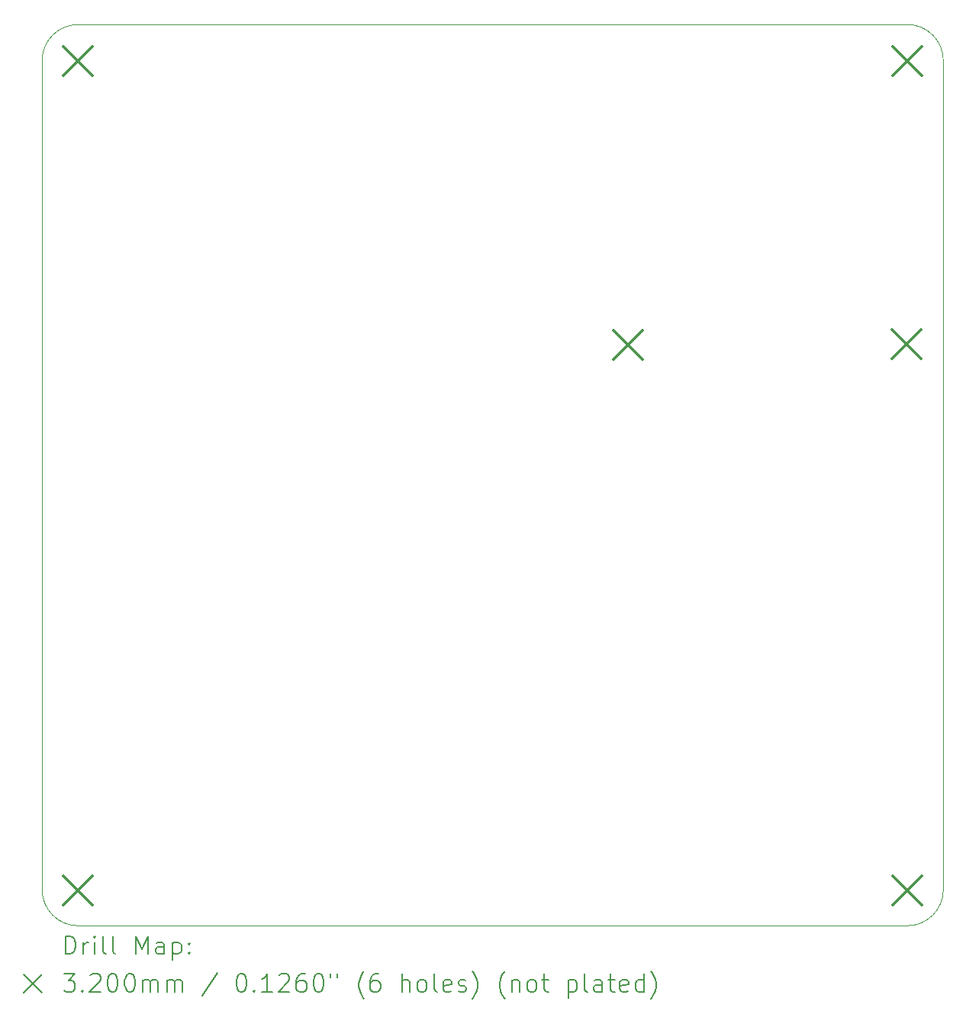
<source format=gbr>
%TF.GenerationSoftware,KiCad,Pcbnew,8.0.8*%
%TF.CreationDate,2025-02-15T15:02:03+01:00*%
%TF.ProjectId,tesi,74657369-2e6b-4696-9361-645f70636258,rev?*%
%TF.SameCoordinates,Original*%
%TF.FileFunction,Drillmap*%
%TF.FilePolarity,Positive*%
%FSLAX45Y45*%
G04 Gerber Fmt 4.5, Leading zero omitted, Abs format (unit mm)*
G04 Created by KiCad (PCBNEW 8.0.8) date 2025-02-15 15:02:03*
%MOMM*%
%LPD*%
G01*
G04 APERTURE LIST*
%ADD10C,0.038100*%
%ADD11C,0.200000*%
%ADD12C,0.320000*%
G04 APERTURE END LIST*
D10*
X5066134Y-12912393D02*
X5066134Y-3712393D01*
X5466134Y-3312393D02*
X14666133Y-3312393D01*
X14666133Y-3312393D02*
G75*
G02*
X15066137Y-3712393I-4J-400007D01*
G01*
X14666133Y-13312393D02*
X5466134Y-13312393D01*
X5066134Y-3712393D02*
G75*
G02*
X5466134Y-3312393I399997J3D01*
G01*
X15066133Y-3712393D02*
X15066133Y-12912393D01*
X15066133Y-12912393D02*
G75*
G02*
X14666133Y-13312393I-400014J13D01*
G01*
X5466134Y-13312393D02*
G75*
G02*
X5066137Y-12912393I-4J399993D01*
G01*
D11*
D12*
X5303974Y-3559893D02*
X5623973Y-3879893D01*
X5623973Y-3559893D02*
X5303974Y-3879893D01*
X5303974Y-12759893D02*
X5623973Y-13079893D01*
X5623973Y-12759893D02*
X5303974Y-13079893D01*
X11410000Y-6704239D02*
X11730000Y-7024239D01*
X11730000Y-6704239D02*
X11410000Y-7024239D01*
X14500578Y-6700000D02*
X14820578Y-7020000D01*
X14820578Y-6700000D02*
X14500578Y-7020000D01*
X14503973Y-3559893D02*
X14823973Y-3879893D01*
X14823973Y-3559893D02*
X14503973Y-3879893D01*
X14503973Y-12759893D02*
X14823973Y-13079893D01*
X14823973Y-12759893D02*
X14503973Y-13079893D01*
D11*
X5325005Y-13625782D02*
X5325005Y-13425782D01*
X5325005Y-13425782D02*
X5372624Y-13425782D01*
X5372624Y-13425782D02*
X5401196Y-13435306D01*
X5401196Y-13435306D02*
X5420243Y-13454353D01*
X5420243Y-13454353D02*
X5429767Y-13473401D01*
X5429767Y-13473401D02*
X5439291Y-13511496D01*
X5439291Y-13511496D02*
X5439291Y-13540068D01*
X5439291Y-13540068D02*
X5429767Y-13578163D01*
X5429767Y-13578163D02*
X5420243Y-13597210D01*
X5420243Y-13597210D02*
X5401196Y-13616258D01*
X5401196Y-13616258D02*
X5372624Y-13625782D01*
X5372624Y-13625782D02*
X5325005Y-13625782D01*
X5525005Y-13625782D02*
X5525005Y-13492449D01*
X5525005Y-13530544D02*
X5534529Y-13511496D01*
X5534529Y-13511496D02*
X5544053Y-13501972D01*
X5544053Y-13501972D02*
X5563101Y-13492449D01*
X5563101Y-13492449D02*
X5582148Y-13492449D01*
X5648815Y-13625782D02*
X5648815Y-13492449D01*
X5648815Y-13425782D02*
X5639291Y-13435306D01*
X5639291Y-13435306D02*
X5648815Y-13444830D01*
X5648815Y-13444830D02*
X5658339Y-13435306D01*
X5658339Y-13435306D02*
X5648815Y-13425782D01*
X5648815Y-13425782D02*
X5648815Y-13444830D01*
X5772624Y-13625782D02*
X5753577Y-13616258D01*
X5753577Y-13616258D02*
X5744053Y-13597210D01*
X5744053Y-13597210D02*
X5744053Y-13425782D01*
X5877386Y-13625782D02*
X5858339Y-13616258D01*
X5858339Y-13616258D02*
X5848815Y-13597210D01*
X5848815Y-13597210D02*
X5848815Y-13425782D01*
X6105958Y-13625782D02*
X6105958Y-13425782D01*
X6105958Y-13425782D02*
X6172624Y-13568639D01*
X6172624Y-13568639D02*
X6239291Y-13425782D01*
X6239291Y-13425782D02*
X6239291Y-13625782D01*
X6420243Y-13625782D02*
X6420243Y-13521020D01*
X6420243Y-13521020D02*
X6410720Y-13501972D01*
X6410720Y-13501972D02*
X6391672Y-13492449D01*
X6391672Y-13492449D02*
X6353577Y-13492449D01*
X6353577Y-13492449D02*
X6334529Y-13501972D01*
X6420243Y-13616258D02*
X6401196Y-13625782D01*
X6401196Y-13625782D02*
X6353577Y-13625782D01*
X6353577Y-13625782D02*
X6334529Y-13616258D01*
X6334529Y-13616258D02*
X6325005Y-13597210D01*
X6325005Y-13597210D02*
X6325005Y-13578163D01*
X6325005Y-13578163D02*
X6334529Y-13559115D01*
X6334529Y-13559115D02*
X6353577Y-13549591D01*
X6353577Y-13549591D02*
X6401196Y-13549591D01*
X6401196Y-13549591D02*
X6420243Y-13540068D01*
X6515481Y-13492449D02*
X6515481Y-13692449D01*
X6515481Y-13501972D02*
X6534529Y-13492449D01*
X6534529Y-13492449D02*
X6572624Y-13492449D01*
X6572624Y-13492449D02*
X6591672Y-13501972D01*
X6591672Y-13501972D02*
X6601196Y-13511496D01*
X6601196Y-13511496D02*
X6610720Y-13530544D01*
X6610720Y-13530544D02*
X6610720Y-13587687D01*
X6610720Y-13587687D02*
X6601196Y-13606734D01*
X6601196Y-13606734D02*
X6591672Y-13616258D01*
X6591672Y-13616258D02*
X6572624Y-13625782D01*
X6572624Y-13625782D02*
X6534529Y-13625782D01*
X6534529Y-13625782D02*
X6515481Y-13616258D01*
X6696434Y-13606734D02*
X6705958Y-13616258D01*
X6705958Y-13616258D02*
X6696434Y-13625782D01*
X6696434Y-13625782D02*
X6686910Y-13616258D01*
X6686910Y-13616258D02*
X6696434Y-13606734D01*
X6696434Y-13606734D02*
X6696434Y-13625782D01*
X6696434Y-13501972D02*
X6705958Y-13511496D01*
X6705958Y-13511496D02*
X6696434Y-13521020D01*
X6696434Y-13521020D02*
X6686910Y-13511496D01*
X6686910Y-13511496D02*
X6696434Y-13501972D01*
X6696434Y-13501972D02*
X6696434Y-13521020D01*
X4864229Y-13854298D02*
X5064229Y-14054298D01*
X5064229Y-13854298D02*
X4864229Y-14054298D01*
X5305958Y-13845782D02*
X5429767Y-13845782D01*
X5429767Y-13845782D02*
X5363101Y-13921972D01*
X5363101Y-13921972D02*
X5391672Y-13921972D01*
X5391672Y-13921972D02*
X5410720Y-13931496D01*
X5410720Y-13931496D02*
X5420243Y-13941020D01*
X5420243Y-13941020D02*
X5429767Y-13960068D01*
X5429767Y-13960068D02*
X5429767Y-14007687D01*
X5429767Y-14007687D02*
X5420243Y-14026734D01*
X5420243Y-14026734D02*
X5410720Y-14036258D01*
X5410720Y-14036258D02*
X5391672Y-14045782D01*
X5391672Y-14045782D02*
X5334529Y-14045782D01*
X5334529Y-14045782D02*
X5315482Y-14036258D01*
X5315482Y-14036258D02*
X5305958Y-14026734D01*
X5515482Y-14026734D02*
X5525005Y-14036258D01*
X5525005Y-14036258D02*
X5515482Y-14045782D01*
X5515482Y-14045782D02*
X5505958Y-14036258D01*
X5505958Y-14036258D02*
X5515482Y-14026734D01*
X5515482Y-14026734D02*
X5515482Y-14045782D01*
X5601196Y-13864830D02*
X5610720Y-13855306D01*
X5610720Y-13855306D02*
X5629767Y-13845782D01*
X5629767Y-13845782D02*
X5677386Y-13845782D01*
X5677386Y-13845782D02*
X5696434Y-13855306D01*
X5696434Y-13855306D02*
X5705958Y-13864830D01*
X5705958Y-13864830D02*
X5715481Y-13883877D01*
X5715481Y-13883877D02*
X5715481Y-13902925D01*
X5715481Y-13902925D02*
X5705958Y-13931496D01*
X5705958Y-13931496D02*
X5591672Y-14045782D01*
X5591672Y-14045782D02*
X5715481Y-14045782D01*
X5839291Y-13845782D02*
X5858339Y-13845782D01*
X5858339Y-13845782D02*
X5877386Y-13855306D01*
X5877386Y-13855306D02*
X5886910Y-13864830D01*
X5886910Y-13864830D02*
X5896434Y-13883877D01*
X5896434Y-13883877D02*
X5905958Y-13921972D01*
X5905958Y-13921972D02*
X5905958Y-13969591D01*
X5905958Y-13969591D02*
X5896434Y-14007687D01*
X5896434Y-14007687D02*
X5886910Y-14026734D01*
X5886910Y-14026734D02*
X5877386Y-14036258D01*
X5877386Y-14036258D02*
X5858339Y-14045782D01*
X5858339Y-14045782D02*
X5839291Y-14045782D01*
X5839291Y-14045782D02*
X5820243Y-14036258D01*
X5820243Y-14036258D02*
X5810720Y-14026734D01*
X5810720Y-14026734D02*
X5801196Y-14007687D01*
X5801196Y-14007687D02*
X5791672Y-13969591D01*
X5791672Y-13969591D02*
X5791672Y-13921972D01*
X5791672Y-13921972D02*
X5801196Y-13883877D01*
X5801196Y-13883877D02*
X5810720Y-13864830D01*
X5810720Y-13864830D02*
X5820243Y-13855306D01*
X5820243Y-13855306D02*
X5839291Y-13845782D01*
X6029767Y-13845782D02*
X6048815Y-13845782D01*
X6048815Y-13845782D02*
X6067862Y-13855306D01*
X6067862Y-13855306D02*
X6077386Y-13864830D01*
X6077386Y-13864830D02*
X6086910Y-13883877D01*
X6086910Y-13883877D02*
X6096434Y-13921972D01*
X6096434Y-13921972D02*
X6096434Y-13969591D01*
X6096434Y-13969591D02*
X6086910Y-14007687D01*
X6086910Y-14007687D02*
X6077386Y-14026734D01*
X6077386Y-14026734D02*
X6067862Y-14036258D01*
X6067862Y-14036258D02*
X6048815Y-14045782D01*
X6048815Y-14045782D02*
X6029767Y-14045782D01*
X6029767Y-14045782D02*
X6010720Y-14036258D01*
X6010720Y-14036258D02*
X6001196Y-14026734D01*
X6001196Y-14026734D02*
X5991672Y-14007687D01*
X5991672Y-14007687D02*
X5982148Y-13969591D01*
X5982148Y-13969591D02*
X5982148Y-13921972D01*
X5982148Y-13921972D02*
X5991672Y-13883877D01*
X5991672Y-13883877D02*
X6001196Y-13864830D01*
X6001196Y-13864830D02*
X6010720Y-13855306D01*
X6010720Y-13855306D02*
X6029767Y-13845782D01*
X6182148Y-14045782D02*
X6182148Y-13912449D01*
X6182148Y-13931496D02*
X6191672Y-13921972D01*
X6191672Y-13921972D02*
X6210720Y-13912449D01*
X6210720Y-13912449D02*
X6239291Y-13912449D01*
X6239291Y-13912449D02*
X6258339Y-13921972D01*
X6258339Y-13921972D02*
X6267862Y-13941020D01*
X6267862Y-13941020D02*
X6267862Y-14045782D01*
X6267862Y-13941020D02*
X6277386Y-13921972D01*
X6277386Y-13921972D02*
X6296434Y-13912449D01*
X6296434Y-13912449D02*
X6325005Y-13912449D01*
X6325005Y-13912449D02*
X6344053Y-13921972D01*
X6344053Y-13921972D02*
X6353577Y-13941020D01*
X6353577Y-13941020D02*
X6353577Y-14045782D01*
X6448815Y-14045782D02*
X6448815Y-13912449D01*
X6448815Y-13931496D02*
X6458339Y-13921972D01*
X6458339Y-13921972D02*
X6477386Y-13912449D01*
X6477386Y-13912449D02*
X6505958Y-13912449D01*
X6505958Y-13912449D02*
X6525005Y-13921972D01*
X6525005Y-13921972D02*
X6534529Y-13941020D01*
X6534529Y-13941020D02*
X6534529Y-14045782D01*
X6534529Y-13941020D02*
X6544053Y-13921972D01*
X6544053Y-13921972D02*
X6563101Y-13912449D01*
X6563101Y-13912449D02*
X6591672Y-13912449D01*
X6591672Y-13912449D02*
X6610720Y-13921972D01*
X6610720Y-13921972D02*
X6620243Y-13941020D01*
X6620243Y-13941020D02*
X6620243Y-14045782D01*
X7010720Y-13836258D02*
X6839291Y-14093401D01*
X7267863Y-13845782D02*
X7286910Y-13845782D01*
X7286910Y-13845782D02*
X7305958Y-13855306D01*
X7305958Y-13855306D02*
X7315482Y-13864830D01*
X7315482Y-13864830D02*
X7325005Y-13883877D01*
X7325005Y-13883877D02*
X7334529Y-13921972D01*
X7334529Y-13921972D02*
X7334529Y-13969591D01*
X7334529Y-13969591D02*
X7325005Y-14007687D01*
X7325005Y-14007687D02*
X7315482Y-14026734D01*
X7315482Y-14026734D02*
X7305958Y-14036258D01*
X7305958Y-14036258D02*
X7286910Y-14045782D01*
X7286910Y-14045782D02*
X7267863Y-14045782D01*
X7267863Y-14045782D02*
X7248815Y-14036258D01*
X7248815Y-14036258D02*
X7239291Y-14026734D01*
X7239291Y-14026734D02*
X7229767Y-14007687D01*
X7229767Y-14007687D02*
X7220244Y-13969591D01*
X7220244Y-13969591D02*
X7220244Y-13921972D01*
X7220244Y-13921972D02*
X7229767Y-13883877D01*
X7229767Y-13883877D02*
X7239291Y-13864830D01*
X7239291Y-13864830D02*
X7248815Y-13855306D01*
X7248815Y-13855306D02*
X7267863Y-13845782D01*
X7420244Y-14026734D02*
X7429767Y-14036258D01*
X7429767Y-14036258D02*
X7420244Y-14045782D01*
X7420244Y-14045782D02*
X7410720Y-14036258D01*
X7410720Y-14036258D02*
X7420244Y-14026734D01*
X7420244Y-14026734D02*
X7420244Y-14045782D01*
X7620244Y-14045782D02*
X7505958Y-14045782D01*
X7563101Y-14045782D02*
X7563101Y-13845782D01*
X7563101Y-13845782D02*
X7544053Y-13874353D01*
X7544053Y-13874353D02*
X7525005Y-13893401D01*
X7525005Y-13893401D02*
X7505958Y-13902925D01*
X7696434Y-13864830D02*
X7705958Y-13855306D01*
X7705958Y-13855306D02*
X7725005Y-13845782D01*
X7725005Y-13845782D02*
X7772625Y-13845782D01*
X7772625Y-13845782D02*
X7791672Y-13855306D01*
X7791672Y-13855306D02*
X7801196Y-13864830D01*
X7801196Y-13864830D02*
X7810720Y-13883877D01*
X7810720Y-13883877D02*
X7810720Y-13902925D01*
X7810720Y-13902925D02*
X7801196Y-13931496D01*
X7801196Y-13931496D02*
X7686910Y-14045782D01*
X7686910Y-14045782D02*
X7810720Y-14045782D01*
X7982148Y-13845782D02*
X7944053Y-13845782D01*
X7944053Y-13845782D02*
X7925005Y-13855306D01*
X7925005Y-13855306D02*
X7915482Y-13864830D01*
X7915482Y-13864830D02*
X7896434Y-13893401D01*
X7896434Y-13893401D02*
X7886910Y-13931496D01*
X7886910Y-13931496D02*
X7886910Y-14007687D01*
X7886910Y-14007687D02*
X7896434Y-14026734D01*
X7896434Y-14026734D02*
X7905958Y-14036258D01*
X7905958Y-14036258D02*
X7925005Y-14045782D01*
X7925005Y-14045782D02*
X7963101Y-14045782D01*
X7963101Y-14045782D02*
X7982148Y-14036258D01*
X7982148Y-14036258D02*
X7991672Y-14026734D01*
X7991672Y-14026734D02*
X8001196Y-14007687D01*
X8001196Y-14007687D02*
X8001196Y-13960068D01*
X8001196Y-13960068D02*
X7991672Y-13941020D01*
X7991672Y-13941020D02*
X7982148Y-13931496D01*
X7982148Y-13931496D02*
X7963101Y-13921972D01*
X7963101Y-13921972D02*
X7925005Y-13921972D01*
X7925005Y-13921972D02*
X7905958Y-13931496D01*
X7905958Y-13931496D02*
X7896434Y-13941020D01*
X7896434Y-13941020D02*
X7886910Y-13960068D01*
X8125005Y-13845782D02*
X8144053Y-13845782D01*
X8144053Y-13845782D02*
X8163101Y-13855306D01*
X8163101Y-13855306D02*
X8172625Y-13864830D01*
X8172625Y-13864830D02*
X8182148Y-13883877D01*
X8182148Y-13883877D02*
X8191672Y-13921972D01*
X8191672Y-13921972D02*
X8191672Y-13969591D01*
X8191672Y-13969591D02*
X8182148Y-14007687D01*
X8182148Y-14007687D02*
X8172625Y-14026734D01*
X8172625Y-14026734D02*
X8163101Y-14036258D01*
X8163101Y-14036258D02*
X8144053Y-14045782D01*
X8144053Y-14045782D02*
X8125005Y-14045782D01*
X8125005Y-14045782D02*
X8105958Y-14036258D01*
X8105958Y-14036258D02*
X8096434Y-14026734D01*
X8096434Y-14026734D02*
X8086910Y-14007687D01*
X8086910Y-14007687D02*
X8077386Y-13969591D01*
X8077386Y-13969591D02*
X8077386Y-13921972D01*
X8077386Y-13921972D02*
X8086910Y-13883877D01*
X8086910Y-13883877D02*
X8096434Y-13864830D01*
X8096434Y-13864830D02*
X8105958Y-13855306D01*
X8105958Y-13855306D02*
X8125005Y-13845782D01*
X8267863Y-13845782D02*
X8267863Y-13883877D01*
X8344053Y-13845782D02*
X8344053Y-13883877D01*
X8639291Y-14121972D02*
X8629768Y-14112449D01*
X8629768Y-14112449D02*
X8610720Y-14083877D01*
X8610720Y-14083877D02*
X8601196Y-14064830D01*
X8601196Y-14064830D02*
X8591672Y-14036258D01*
X8591672Y-14036258D02*
X8582149Y-13988639D01*
X8582149Y-13988639D02*
X8582149Y-13950544D01*
X8582149Y-13950544D02*
X8591672Y-13902925D01*
X8591672Y-13902925D02*
X8601196Y-13874353D01*
X8601196Y-13874353D02*
X8610720Y-13855306D01*
X8610720Y-13855306D02*
X8629768Y-13826734D01*
X8629768Y-13826734D02*
X8639291Y-13817210D01*
X8801196Y-13845782D02*
X8763101Y-13845782D01*
X8763101Y-13845782D02*
X8744053Y-13855306D01*
X8744053Y-13855306D02*
X8734529Y-13864830D01*
X8734529Y-13864830D02*
X8715482Y-13893401D01*
X8715482Y-13893401D02*
X8705958Y-13931496D01*
X8705958Y-13931496D02*
X8705958Y-14007687D01*
X8705958Y-14007687D02*
X8715482Y-14026734D01*
X8715482Y-14026734D02*
X8725006Y-14036258D01*
X8725006Y-14036258D02*
X8744053Y-14045782D01*
X8744053Y-14045782D02*
X8782149Y-14045782D01*
X8782149Y-14045782D02*
X8801196Y-14036258D01*
X8801196Y-14036258D02*
X8810720Y-14026734D01*
X8810720Y-14026734D02*
X8820244Y-14007687D01*
X8820244Y-14007687D02*
X8820244Y-13960068D01*
X8820244Y-13960068D02*
X8810720Y-13941020D01*
X8810720Y-13941020D02*
X8801196Y-13931496D01*
X8801196Y-13931496D02*
X8782149Y-13921972D01*
X8782149Y-13921972D02*
X8744053Y-13921972D01*
X8744053Y-13921972D02*
X8725006Y-13931496D01*
X8725006Y-13931496D02*
X8715482Y-13941020D01*
X8715482Y-13941020D02*
X8705958Y-13960068D01*
X9058339Y-14045782D02*
X9058339Y-13845782D01*
X9144053Y-14045782D02*
X9144053Y-13941020D01*
X9144053Y-13941020D02*
X9134530Y-13921972D01*
X9134530Y-13921972D02*
X9115482Y-13912449D01*
X9115482Y-13912449D02*
X9086910Y-13912449D01*
X9086910Y-13912449D02*
X9067863Y-13921972D01*
X9067863Y-13921972D02*
X9058339Y-13931496D01*
X9267863Y-14045782D02*
X9248815Y-14036258D01*
X9248815Y-14036258D02*
X9239291Y-14026734D01*
X9239291Y-14026734D02*
X9229768Y-14007687D01*
X9229768Y-14007687D02*
X9229768Y-13950544D01*
X9229768Y-13950544D02*
X9239291Y-13931496D01*
X9239291Y-13931496D02*
X9248815Y-13921972D01*
X9248815Y-13921972D02*
X9267863Y-13912449D01*
X9267863Y-13912449D02*
X9296434Y-13912449D01*
X9296434Y-13912449D02*
X9315482Y-13921972D01*
X9315482Y-13921972D02*
X9325006Y-13931496D01*
X9325006Y-13931496D02*
X9334530Y-13950544D01*
X9334530Y-13950544D02*
X9334530Y-14007687D01*
X9334530Y-14007687D02*
X9325006Y-14026734D01*
X9325006Y-14026734D02*
X9315482Y-14036258D01*
X9315482Y-14036258D02*
X9296434Y-14045782D01*
X9296434Y-14045782D02*
X9267863Y-14045782D01*
X9448815Y-14045782D02*
X9429768Y-14036258D01*
X9429768Y-14036258D02*
X9420244Y-14017210D01*
X9420244Y-14017210D02*
X9420244Y-13845782D01*
X9601196Y-14036258D02*
X9582149Y-14045782D01*
X9582149Y-14045782D02*
X9544053Y-14045782D01*
X9544053Y-14045782D02*
X9525006Y-14036258D01*
X9525006Y-14036258D02*
X9515482Y-14017210D01*
X9515482Y-14017210D02*
X9515482Y-13941020D01*
X9515482Y-13941020D02*
X9525006Y-13921972D01*
X9525006Y-13921972D02*
X9544053Y-13912449D01*
X9544053Y-13912449D02*
X9582149Y-13912449D01*
X9582149Y-13912449D02*
X9601196Y-13921972D01*
X9601196Y-13921972D02*
X9610720Y-13941020D01*
X9610720Y-13941020D02*
X9610720Y-13960068D01*
X9610720Y-13960068D02*
X9515482Y-13979115D01*
X9686911Y-14036258D02*
X9705958Y-14045782D01*
X9705958Y-14045782D02*
X9744053Y-14045782D01*
X9744053Y-14045782D02*
X9763101Y-14036258D01*
X9763101Y-14036258D02*
X9772625Y-14017210D01*
X9772625Y-14017210D02*
X9772625Y-14007687D01*
X9772625Y-14007687D02*
X9763101Y-13988639D01*
X9763101Y-13988639D02*
X9744053Y-13979115D01*
X9744053Y-13979115D02*
X9715482Y-13979115D01*
X9715482Y-13979115D02*
X9696434Y-13969591D01*
X9696434Y-13969591D02*
X9686911Y-13950544D01*
X9686911Y-13950544D02*
X9686911Y-13941020D01*
X9686911Y-13941020D02*
X9696434Y-13921972D01*
X9696434Y-13921972D02*
X9715482Y-13912449D01*
X9715482Y-13912449D02*
X9744053Y-13912449D01*
X9744053Y-13912449D02*
X9763101Y-13921972D01*
X9839292Y-14121972D02*
X9848815Y-14112449D01*
X9848815Y-14112449D02*
X9867863Y-14083877D01*
X9867863Y-14083877D02*
X9877387Y-14064830D01*
X9877387Y-14064830D02*
X9886911Y-14036258D01*
X9886911Y-14036258D02*
X9896434Y-13988639D01*
X9896434Y-13988639D02*
X9896434Y-13950544D01*
X9896434Y-13950544D02*
X9886911Y-13902925D01*
X9886911Y-13902925D02*
X9877387Y-13874353D01*
X9877387Y-13874353D02*
X9867863Y-13855306D01*
X9867863Y-13855306D02*
X9848815Y-13826734D01*
X9848815Y-13826734D02*
X9839292Y-13817210D01*
X10201196Y-14121972D02*
X10191672Y-14112449D01*
X10191672Y-14112449D02*
X10172625Y-14083877D01*
X10172625Y-14083877D02*
X10163101Y-14064830D01*
X10163101Y-14064830D02*
X10153577Y-14036258D01*
X10153577Y-14036258D02*
X10144053Y-13988639D01*
X10144053Y-13988639D02*
X10144053Y-13950544D01*
X10144053Y-13950544D02*
X10153577Y-13902925D01*
X10153577Y-13902925D02*
X10163101Y-13874353D01*
X10163101Y-13874353D02*
X10172625Y-13855306D01*
X10172625Y-13855306D02*
X10191672Y-13826734D01*
X10191672Y-13826734D02*
X10201196Y-13817210D01*
X10277387Y-13912449D02*
X10277387Y-14045782D01*
X10277387Y-13931496D02*
X10286911Y-13921972D01*
X10286911Y-13921972D02*
X10305958Y-13912449D01*
X10305958Y-13912449D02*
X10334530Y-13912449D01*
X10334530Y-13912449D02*
X10353577Y-13921972D01*
X10353577Y-13921972D02*
X10363101Y-13941020D01*
X10363101Y-13941020D02*
X10363101Y-14045782D01*
X10486911Y-14045782D02*
X10467863Y-14036258D01*
X10467863Y-14036258D02*
X10458339Y-14026734D01*
X10458339Y-14026734D02*
X10448815Y-14007687D01*
X10448815Y-14007687D02*
X10448815Y-13950544D01*
X10448815Y-13950544D02*
X10458339Y-13931496D01*
X10458339Y-13931496D02*
X10467863Y-13921972D01*
X10467863Y-13921972D02*
X10486911Y-13912449D01*
X10486911Y-13912449D02*
X10515482Y-13912449D01*
X10515482Y-13912449D02*
X10534530Y-13921972D01*
X10534530Y-13921972D02*
X10544053Y-13931496D01*
X10544053Y-13931496D02*
X10553577Y-13950544D01*
X10553577Y-13950544D02*
X10553577Y-14007687D01*
X10553577Y-14007687D02*
X10544053Y-14026734D01*
X10544053Y-14026734D02*
X10534530Y-14036258D01*
X10534530Y-14036258D02*
X10515482Y-14045782D01*
X10515482Y-14045782D02*
X10486911Y-14045782D01*
X10610720Y-13912449D02*
X10686911Y-13912449D01*
X10639292Y-13845782D02*
X10639292Y-14017210D01*
X10639292Y-14017210D02*
X10648815Y-14036258D01*
X10648815Y-14036258D02*
X10667863Y-14045782D01*
X10667863Y-14045782D02*
X10686911Y-14045782D01*
X10905958Y-13912449D02*
X10905958Y-14112449D01*
X10905958Y-13921972D02*
X10925006Y-13912449D01*
X10925006Y-13912449D02*
X10963101Y-13912449D01*
X10963101Y-13912449D02*
X10982149Y-13921972D01*
X10982149Y-13921972D02*
X10991673Y-13931496D01*
X10991673Y-13931496D02*
X11001196Y-13950544D01*
X11001196Y-13950544D02*
X11001196Y-14007687D01*
X11001196Y-14007687D02*
X10991673Y-14026734D01*
X10991673Y-14026734D02*
X10982149Y-14036258D01*
X10982149Y-14036258D02*
X10963101Y-14045782D01*
X10963101Y-14045782D02*
X10925006Y-14045782D01*
X10925006Y-14045782D02*
X10905958Y-14036258D01*
X11115482Y-14045782D02*
X11096434Y-14036258D01*
X11096434Y-14036258D02*
X11086911Y-14017210D01*
X11086911Y-14017210D02*
X11086911Y-13845782D01*
X11277387Y-14045782D02*
X11277387Y-13941020D01*
X11277387Y-13941020D02*
X11267863Y-13921972D01*
X11267863Y-13921972D02*
X11248815Y-13912449D01*
X11248815Y-13912449D02*
X11210720Y-13912449D01*
X11210720Y-13912449D02*
X11191672Y-13921972D01*
X11277387Y-14036258D02*
X11258339Y-14045782D01*
X11258339Y-14045782D02*
X11210720Y-14045782D01*
X11210720Y-14045782D02*
X11191672Y-14036258D01*
X11191672Y-14036258D02*
X11182149Y-14017210D01*
X11182149Y-14017210D02*
X11182149Y-13998163D01*
X11182149Y-13998163D02*
X11191672Y-13979115D01*
X11191672Y-13979115D02*
X11210720Y-13969591D01*
X11210720Y-13969591D02*
X11258339Y-13969591D01*
X11258339Y-13969591D02*
X11277387Y-13960068D01*
X11344053Y-13912449D02*
X11420244Y-13912449D01*
X11372625Y-13845782D02*
X11372625Y-14017210D01*
X11372625Y-14017210D02*
X11382149Y-14036258D01*
X11382149Y-14036258D02*
X11401196Y-14045782D01*
X11401196Y-14045782D02*
X11420244Y-14045782D01*
X11563101Y-14036258D02*
X11544053Y-14045782D01*
X11544053Y-14045782D02*
X11505958Y-14045782D01*
X11505958Y-14045782D02*
X11486911Y-14036258D01*
X11486911Y-14036258D02*
X11477387Y-14017210D01*
X11477387Y-14017210D02*
X11477387Y-13941020D01*
X11477387Y-13941020D02*
X11486911Y-13921972D01*
X11486911Y-13921972D02*
X11505958Y-13912449D01*
X11505958Y-13912449D02*
X11544053Y-13912449D01*
X11544053Y-13912449D02*
X11563101Y-13921972D01*
X11563101Y-13921972D02*
X11572625Y-13941020D01*
X11572625Y-13941020D02*
X11572625Y-13960068D01*
X11572625Y-13960068D02*
X11477387Y-13979115D01*
X11744053Y-14045782D02*
X11744053Y-13845782D01*
X11744053Y-14036258D02*
X11725006Y-14045782D01*
X11725006Y-14045782D02*
X11686911Y-14045782D01*
X11686911Y-14045782D02*
X11667863Y-14036258D01*
X11667863Y-14036258D02*
X11658339Y-14026734D01*
X11658339Y-14026734D02*
X11648815Y-14007687D01*
X11648815Y-14007687D02*
X11648815Y-13950544D01*
X11648815Y-13950544D02*
X11658339Y-13931496D01*
X11658339Y-13931496D02*
X11667863Y-13921972D01*
X11667863Y-13921972D02*
X11686911Y-13912449D01*
X11686911Y-13912449D02*
X11725006Y-13912449D01*
X11725006Y-13912449D02*
X11744053Y-13921972D01*
X11820244Y-14121972D02*
X11829768Y-14112449D01*
X11829768Y-14112449D02*
X11848815Y-14083877D01*
X11848815Y-14083877D02*
X11858339Y-14064830D01*
X11858339Y-14064830D02*
X11867863Y-14036258D01*
X11867863Y-14036258D02*
X11877387Y-13988639D01*
X11877387Y-13988639D02*
X11877387Y-13950544D01*
X11877387Y-13950544D02*
X11867863Y-13902925D01*
X11867863Y-13902925D02*
X11858339Y-13874353D01*
X11858339Y-13874353D02*
X11848815Y-13855306D01*
X11848815Y-13855306D02*
X11829768Y-13826734D01*
X11829768Y-13826734D02*
X11820244Y-13817210D01*
M02*

</source>
